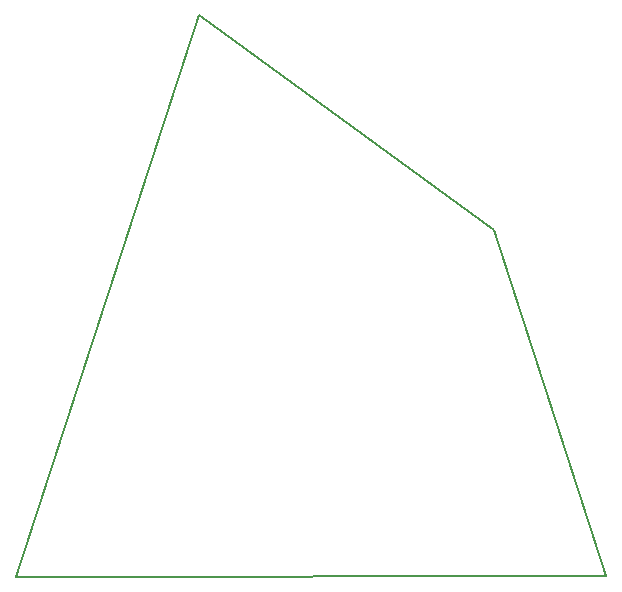
<source format=gbr>
%TF.GenerationSoftware,KiCad,Pcbnew,5.1.9*%
%TF.CreationDate,2021-01-25T14:03:35-05:00*%
%TF.ProjectId,penrosekite,70656e72-6f73-4656-9b69-74652e6b6963,rev?*%
%TF.SameCoordinates,Original*%
%TF.FileFunction,Profile,NP*%
%FSLAX46Y46*%
G04 Gerber Fmt 4.6, Leading zero omitted, Abs format (unit mm)*
G04 Created by KiCad (PCBNEW 5.1.9) date 2021-01-25 14:03:35*
%MOMM*%
%LPD*%
G01*
G04 APERTURE LIST*
%TA.AperFunction,Profile*%
%ADD10C,0.200000*%
%TD*%
G04 APERTURE END LIST*
D10*
X104867668Y-123075281D02*
X154861499Y-123049242D01*
X120319219Y-75546346D02*
X145315139Y-93684691D01*
X145315139Y-93684691D02*
X154861499Y-123049242D01*
X120319219Y-75546346D02*
X104867668Y-123075281D01*
M02*

</source>
